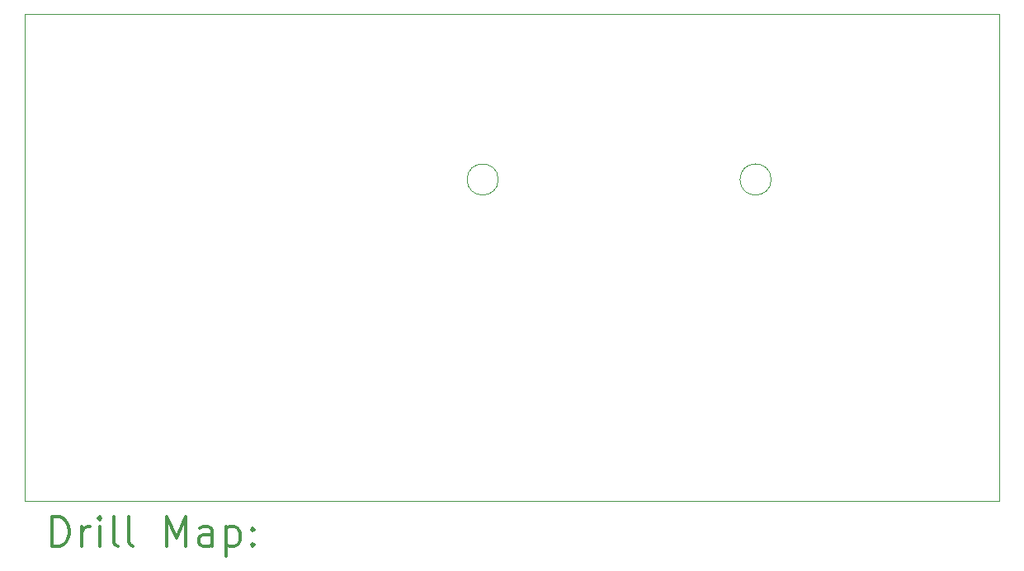
<source format=gbr>
%FSLAX45Y45*%
G04 Gerber Fmt 4.5, Leading zero omitted, Abs format (unit mm)*
G04 Created by KiCad (PCBNEW (5.1.2)-2) date 2020-08-31 16:13:47*
%MOMM*%
%LPD*%
G04 APERTURE LIST*
%ADD10C,0.050000*%
%ADD11C,0.200000*%
%ADD12C,0.300000*%
G04 APERTURE END LIST*
D10*
X11660000Y-4500000D02*
G75*
G03X11660000Y-4500000I-160000J0D01*
G01*
X8860000Y-4500000D02*
G75*
G03X8860000Y-4500000I-160000J0D01*
G01*
X4000000Y-7800000D02*
X4000000Y-2800000D01*
X14000000Y-7800000D02*
X4000000Y-7800000D01*
X14000000Y-2800000D02*
X14000000Y-7800000D01*
X4000000Y-2800000D02*
X14000000Y-2800000D01*
D11*
D12*
X4283928Y-8268214D02*
X4283928Y-7968214D01*
X4355357Y-7968214D01*
X4398214Y-7982500D01*
X4426786Y-8011071D01*
X4441071Y-8039643D01*
X4455357Y-8096786D01*
X4455357Y-8139643D01*
X4441071Y-8196786D01*
X4426786Y-8225357D01*
X4398214Y-8253929D01*
X4355357Y-8268214D01*
X4283928Y-8268214D01*
X4583928Y-8268214D02*
X4583928Y-8068214D01*
X4583928Y-8125357D02*
X4598214Y-8096786D01*
X4612500Y-8082500D01*
X4641071Y-8068214D01*
X4669643Y-8068214D01*
X4769643Y-8268214D02*
X4769643Y-8068214D01*
X4769643Y-7968214D02*
X4755357Y-7982500D01*
X4769643Y-7996786D01*
X4783928Y-7982500D01*
X4769643Y-7968214D01*
X4769643Y-7996786D01*
X4955357Y-8268214D02*
X4926786Y-8253929D01*
X4912500Y-8225357D01*
X4912500Y-7968214D01*
X5112500Y-8268214D02*
X5083928Y-8253929D01*
X5069643Y-8225357D01*
X5069643Y-7968214D01*
X5455357Y-8268214D02*
X5455357Y-7968214D01*
X5555357Y-8182500D01*
X5655357Y-7968214D01*
X5655357Y-8268214D01*
X5926786Y-8268214D02*
X5926786Y-8111071D01*
X5912500Y-8082500D01*
X5883928Y-8068214D01*
X5826786Y-8068214D01*
X5798214Y-8082500D01*
X5926786Y-8253929D02*
X5898214Y-8268214D01*
X5826786Y-8268214D01*
X5798214Y-8253929D01*
X5783928Y-8225357D01*
X5783928Y-8196786D01*
X5798214Y-8168214D01*
X5826786Y-8153929D01*
X5898214Y-8153929D01*
X5926786Y-8139643D01*
X6069643Y-8068214D02*
X6069643Y-8368214D01*
X6069643Y-8082500D02*
X6098214Y-8068214D01*
X6155357Y-8068214D01*
X6183928Y-8082500D01*
X6198214Y-8096786D01*
X6212500Y-8125357D01*
X6212500Y-8211071D01*
X6198214Y-8239643D01*
X6183928Y-8253929D01*
X6155357Y-8268214D01*
X6098214Y-8268214D01*
X6069643Y-8253929D01*
X6341071Y-8239643D02*
X6355357Y-8253929D01*
X6341071Y-8268214D01*
X6326786Y-8253929D01*
X6341071Y-8239643D01*
X6341071Y-8268214D01*
X6341071Y-8082500D02*
X6355357Y-8096786D01*
X6341071Y-8111071D01*
X6326786Y-8096786D01*
X6341071Y-8082500D01*
X6341071Y-8111071D01*
M02*

</source>
